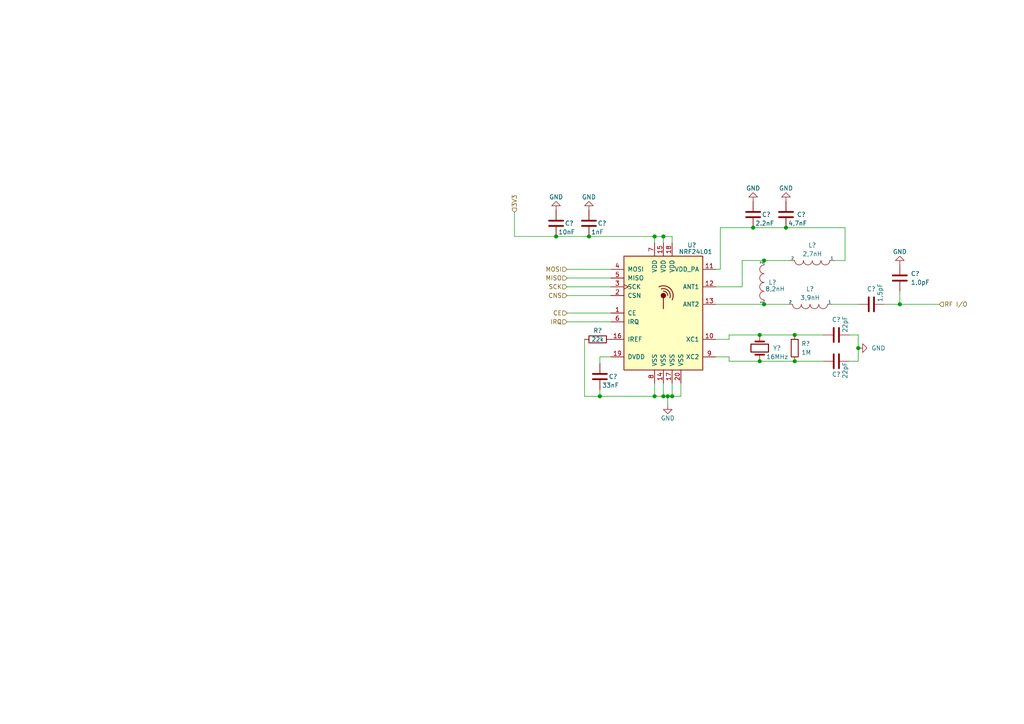
<source format=kicad_sch>
(kicad_sch (version 20210621) (generator eeschema)
  (paper "A4")
  (lib_symbols
    (symbol "Device:C" (pin_numbers hide) (pin_names (offset 0.254))
      (property "Reference" "C" (at 0.635 2.54 0))
      (property "Value" "C" (at 0.635 -2.54 0))
      (symbol "C_0_1"
        (polyline (pts (xy -2.032 -0.762) (xy 2.032 -0.762)) (stroke (width 0.508)))
        (polyline (pts (xy -2.032 0.762) (xy 2.032 0.762)) (stroke (width 0.508)))
      )
      (symbol "C_1_1"
        (pin passive line (at 0 3.81 270) (length 2.794) (name "~") (number "1"))
        (pin passive line (at 0 -3.81 90) (length 2.794) (name "~") (number "2"))
      )
    )
    (symbol "Device:Crystal" (pin_numbers hide) (pin_names (offset 1.016) hide)
      (property "Reference" "Y" (at 0 3.81 0))
      (property "Value" "Crystal" (at 0 -3.81 0))
      (symbol "Crystal_0_1"
        (rectangle (start -1.143 2.54) (end 1.143 -2.54) (stroke (width 0.3048)))
        (polyline (pts (xy -2.54 0) (xy -1.905 0)))
        (polyline (pts (xy -1.905 -1.27) (xy -1.905 1.27)) (stroke (width 0.508)))
        (polyline (pts (xy 1.905 -1.27) (xy 1.905 1.27)) (stroke (width 0.508)))
        (polyline (pts (xy 2.54 0) (xy 1.905 0)))
      )
      (symbol "Crystal_1_1"
        (pin passive line (at -3.81 0 0) (length 1.27) (name "1") (number "1"))
        (pin passive line (at 3.81 0 180) (length 1.27) (name "2") (number "2"))
      )
    )
    (symbol "Device:R" (pin_numbers hide) (pin_names (offset 0))
      (property "Reference" "R" (at 2.032 0 90))
      (property "Value" "R" (at 0 0 90))
      (symbol "R_0_1"
        (rectangle (start -1.016 -2.54) (end 1.016 2.54) (stroke (width 0.254)))
      )
      (symbol "R_1_1"
        (pin passive line (at 0 3.81 270) (length 1.27) (name "~") (number "1"))
        (pin passive line (at 0 -3.81 90) (length 1.27) (name "~") (number "2"))
      )
    )
    (symbol "RF:NRF24L01" (pin_names (offset 1.016))
      (property "Reference" "U" (at -11.43 17.78 0))
      (property "Value" "NRF24L01" (at 5.08 17.78 0))
      (symbol "NRF24L01_0_1"
        (arc (start -1.27 7.62) (end 2.54 3.81) (radius (at 0 5.08) (length 2.8448) (angles 116.6 -26.6)) (stroke (width 0.254)))
        (arc (start 0 6.35) (end 1.27 5.08) (radius (at 0 5.1054) (length 1.2446) (angles 90 -1.1)) (stroke (width 0.254)))
        (arc (start -0.635 6.985) (end 1.905 4.445) (radius (at 0 5.1054) (length 1.9812) (angles 108.7 -19.1)) (stroke (width 0.254)))
        (circle (center 0 5.08) (radius 0.635) (stroke (width 0.254)) (fill (type outline)))
        (rectangle (start 11.43 -13.97) (end 11.43 -13.97))
        (rectangle (start -11.43 16.51) (end 11.43 -16.51) (stroke (width 0.254)) (fill (type background)))
        (polyline (pts (xy 0 4.445) (xy 0 1.27)) (stroke (width 0.254)))
      )
      (symbol "NRF24L01_1_1"
        (pin input line (at -15.24 0 0) (length 3.81) (name "CE") (number "1"))
        (pin passive line (at 15.24 -7.62 180) (length 3.81) (name "XC1") (number "10"))
        (pin power_out line (at 15.24 12.7 180) (length 3.81) (name "VDD_PA") (number "11"))
        (pin passive line (at 15.24 7.62 180) (length 3.81) (name "ANT1") (number "12"))
        (pin passive line (at 15.24 2.54 180) (length 3.81) (name "ANT2") (number "13"))
        (pin power_in line (at 0 -20.32 90) (length 3.81) (name "VSS") (number "14"))
        (pin power_in line (at 0 20.32 270) (length 3.81) (name "VDD") (number "15"))
        (pin passive line (at -15.24 -7.62 0) (length 3.81) (name "IREF") (number "16"))
        (pin power_in line (at 2.54 -20.32 90) (length 3.81) (name "VSS") (number "17"))
        (pin power_in line (at 2.54 20.32 270) (length 3.81) (name "VDD") (number "18"))
        (pin power_out line (at -15.24 -12.7 0) (length 3.81) (name "DVDD") (number "19"))
        (pin input line (at -15.24 5.08 0) (length 3.81) (name "CSN") (number "2"))
        (pin power_in line (at 5.08 -20.32 90) (length 3.81) (name "VSS") (number "20"))
        (pin input clock (at -15.24 7.62 0) (length 3.81) (name "SCK") (number "3"))
        (pin input line (at -15.24 12.7 0) (length 3.81) (name "MOSI") (number "4"))
        (pin output line (at -15.24 10.16 0) (length 3.81) (name "MISO") (number "5"))
        (pin output line (at -15.24 -2.54 0) (length 3.81) (name "IRQ") (number "6"))
        (pin power_in line (at -2.54 20.32 270) (length 3.81) (name "VDD") (number "7"))
        (pin power_in line (at -2.54 -20.32 90) (length 3.81) (name "VSS") (number "8"))
        (pin passive line (at 15.24 -12.7 180) (length 3.81) (name "XC2") (number "9"))
      )
    )
    (symbol "power:GND" (power) (pin_names (offset 0))
      (property "Value" "GND" (at 0 -3.81 0))
      (symbol "GND_0_1"
        (polyline (pts (xy 0 0) (xy 0 -1.27) (xy 1.27 -1.27) (xy 0 -2.54) (xy -1.27 -1.27) (xy 0 -1.27)))
      )
      (symbol "GND_1_1"
        (pin power_in line (at 0 0 270) (length 0) hide (name "GND") (number "1"))
      )
    )
    (symbol "pspice:INDUCTOR" (pin_numbers hide) (pin_names (offset 0))
      (property "Reference" "L" (at 0 2.54 0))
      (property "Value" "INDUCTOR" (at 0 -1.27 0))
      (symbol "INDUCTOR_0_1"
        (arc (start -2.54 0) (end -5.08 0) (radius (at -3.81 0) (length 1.27) (angles 0.1 179.9)))
        (arc (start 0 0) (end -2.54 0) (radius (at -1.27 0) (length 1.27) (angles 0.1 179.9)))
        (arc (start 2.54 0) (end 0 0) (radius (at 1.27 0) (length 1.27) (angles 0.1 179.9)))
        (arc (start 5.08 0) (end 2.54 0) (radius (at 3.81 0) (length 1.27) (angles 0.1 179.9)))
      )
      (symbol "INDUCTOR_1_1"
        (pin input line (at -6.35 0 0) (length 1.27) (name "1") (number "1"))
        (pin input line (at 6.35 0 180) (length 1.27) (name "2") (number "2"))
      )
    )
  )
  (junction (at 161.29 68.58) (diameter 1.016))
  (junction (at 170.815 68.58) (diameter 1.016))
  (junction (at 173.99 114.935) (diameter 1.016))
  (junction (at 189.865 68.58) (diameter 1.016))
  (junction (at 189.865 114.935) (diameter 1.016))
  (junction (at 192.405 68.58) (diameter 1.016))
  (junction (at 192.405 114.935) (diameter 1.016))
  (junction (at 193.675 114.935) (diameter 1.016))
  (junction (at 194.945 114.935) (diameter 1.016))
  (junction (at 218.44 66.04) (diameter 1.016))
  (junction (at 220.345 97.155) (diameter 1.016))
  (junction (at 220.345 104.775) (diameter 1.016))
  (junction (at 221.615 75.565) (diameter 1.016))
  (junction (at 221.615 88.265) (diameter 1.016))
  (junction (at 227.965 66.04) (diameter 1.016))
  (junction (at 230.505 97.155) (diameter 1.016))
  (junction (at 230.505 104.775) (diameter 1.016))
  (junction (at 248.92 100.965) (diameter 1.016))
  (junction (at 260.985 88.265) (diameter 1.016))
  (wire (pts (xy 149.225 61.595) (xy 149.225 68.58)))
  (wire (pts (xy 149.225 68.58) (xy 161.29 68.58)))
  (wire (pts (xy 161.29 68.58) (xy 170.815 68.58)))
  (wire (pts (xy 164.465 78.105) (xy 177.165 78.105)))
  (wire (pts (xy 164.465 80.645) (xy 177.165 80.645)))
  (wire (pts (xy 164.465 83.185) (xy 177.165 83.185)))
  (wire (pts (xy 164.465 85.725) (xy 177.165 85.725)))
  (wire (pts (xy 164.465 90.805) (xy 177.165 90.805)))
  (wire (pts (xy 164.465 93.345) (xy 177.165 93.345)))
  (wire (pts (xy 169.545 114.935) (xy 169.545 98.425)))
  (wire (pts (xy 170.815 68.58) (xy 189.865 68.58)))
  (wire (pts (xy 173.99 103.505) (xy 177.165 103.505)))
  (wire (pts (xy 173.99 105.41) (xy 173.99 103.505)))
  (wire (pts (xy 173.99 113.03) (xy 173.99 114.935)))
  (wire (pts (xy 173.99 114.935) (xy 169.545 114.935)))
  (wire (pts (xy 173.99 114.935) (xy 189.865 114.935)))
  (wire (pts (xy 189.865 68.58) (xy 189.865 70.485)))
  (wire (pts (xy 189.865 68.58) (xy 192.405 68.58)))
  (wire (pts (xy 189.865 111.125) (xy 189.865 114.935)))
  (wire (pts (xy 189.865 114.935) (xy 192.405 114.935)))
  (wire (pts (xy 192.405 68.58) (xy 192.405 70.485)))
  (wire (pts (xy 192.405 68.58) (xy 194.945 68.58)))
  (wire (pts (xy 192.405 111.125) (xy 192.405 114.935)))
  (wire (pts (xy 192.405 114.935) (xy 193.675 114.935)))
  (wire (pts (xy 193.675 114.935) (xy 194.945 114.935)))
  (wire (pts (xy 193.675 117.475) (xy 193.675 114.935)))
  (wire (pts (xy 194.945 70.485) (xy 194.945 68.58)))
  (wire (pts (xy 194.945 111.125) (xy 194.945 114.935)))
  (wire (pts (xy 194.945 114.935) (xy 197.485 114.935)))
  (wire (pts (xy 197.485 114.935) (xy 197.485 111.125)))
  (wire (pts (xy 207.645 78.105) (xy 208.915 78.105)))
  (wire (pts (xy 207.645 83.185) (xy 215.265 83.185)))
  (wire (pts (xy 207.645 88.265) (xy 221.615 88.265)))
  (wire (pts (xy 208.915 66.04) (xy 208.915 78.105)))
  (wire (pts (xy 211.455 97.155) (xy 211.455 98.425)))
  (wire (pts (xy 211.455 97.155) (xy 220.345 97.155)))
  (wire (pts (xy 211.455 98.425) (xy 207.645 98.425)))
  (wire (pts (xy 211.455 103.505) (xy 207.645 103.505)))
  (wire (pts (xy 211.455 104.775) (xy 211.455 103.505)))
  (wire (pts (xy 211.455 104.775) (xy 220.345 104.775)))
  (wire (pts (xy 215.265 75.565) (xy 221.615 75.565)))
  (wire (pts (xy 215.265 83.185) (xy 215.265 75.565)))
  (wire (pts (xy 218.44 66.04) (xy 208.915 66.04)))
  (wire (pts (xy 221.615 75.565) (xy 229.235 75.565)))
  (wire (pts (xy 221.615 88.265) (xy 228.6 88.265)))
  (wire (pts (xy 227.965 66.04) (xy 218.44 66.04)))
  (wire (pts (xy 230.505 97.155) (xy 220.345 97.155)))
  (wire (pts (xy 230.505 97.155) (xy 238.76 97.155)))
  (wire (pts (xy 230.505 104.775) (xy 220.345 104.775)))
  (wire (pts (xy 230.505 104.775) (xy 238.76 104.775)))
  (wire (pts (xy 241.3 88.265) (xy 248.92 88.265)))
  (wire (pts (xy 241.935 75.565) (xy 245.11 75.565)))
  (wire (pts (xy 245.11 66.04) (xy 227.965 66.04)))
  (wire (pts (xy 245.11 75.565) (xy 245.11 66.04)))
  (wire (pts (xy 246.38 97.155) (xy 248.92 97.155)))
  (wire (pts (xy 248.92 97.155) (xy 248.92 100.965)))
  (wire (pts (xy 248.92 100.965) (xy 248.92 104.775)))
  (wire (pts (xy 248.92 104.775) (xy 246.38 104.775)))
  (wire (pts (xy 256.54 88.265) (xy 260.985 88.265)))
  (wire (pts (xy 260.985 88.265) (xy 260.985 84.455)))
  (wire (pts (xy 260.985 88.265) (xy 272.415 88.265)))
  (hierarchical_label "3V3" (shape input) (at 149.225 61.595 90))
  (hierarchical_label "MOSI" (shape input) (at 164.465 78.105 180))
  (hierarchical_label "MISO" (shape input) (at 164.465 80.645 180))
  (hierarchical_label "SCK" (shape input) (at 164.465 83.185 180))
  (hierarchical_label "CNS" (shape input) (at 164.465 85.725 180))
  (hierarchical_label "CE" (shape input) (at 164.465 90.805 180))
  (hierarchical_label "IRQ" (shape input) (at 164.465 93.345 180))
  (hierarchical_label "RF I{slash}O" (shape input) (at 272.415 88.265 0))
  (symbol (lib_id "power:GND") (at 161.29 60.96 180) (unit 1)
    (property "Reference" "#PWR?" (effects hide))
    (property "Value" "GND" (at 161.29 57.15 0))
  )
  (symbol (lib_id "power:GND") (at 170.815 60.96 180) (unit 1)
    (property "Reference" "#PWR?" (effects hide))
    (property "Value" "~" (at 170.815 57.15 0))
  )
  (symbol (lib_id "power:GND") (at 193.675 117.475 0) (unit 1)
    (property "Reference" "#PWR?" (effects hide))
    (property "Value" "GND" (at 193.675 121.285 0))
  )
  (symbol (lib_id "power:GND") (at 218.44 58.42 180) (unit 1)
    (property "Reference" "#PWR?" (effects hide))
    (property "Value" "GND" (at 218.44 54.61 0))
  )
  (symbol (lib_id "power:GND") (at 227.965 58.42 180) (unit 1)
    (property "Reference" "#PWR?" (effects hide))
    (property "Value" "~" (at 227.965 54.61 0))
  )
  (symbol (lib_id "power:GND") (at 248.92 100.965 90) (unit 1)
    (property "Reference" "#PWR?" (effects hide))
    (property "Value" "GND" (at 252.73 100.9649 90) (effects (justify right)))
  )
  (symbol (lib_id "power:GND") (at 260.985 76.835 180) (unit 1)
    (property "Reference" "#PWR?" (effects hide))
    (property "Value" "~" (at 260.985 73.025 0))
  )
  (symbol (lib_id "Device:R") (at 173.355 98.425 90) (unit 1)
    (property "Reference" "R?" (at 173.355 95.885 90))
    (property "Value" "22k" (at 173.355 98.425 90))
  )
  (symbol (lib_id "Device:R") (at 230.505 100.965 0) (unit 1)
    (property "Reference" "R?" (at 232.41 99.6949 0) (effects (justify left)))
    (property "Value" "1M" (at 232.41 102.2349 0) (effects (justify left)))
  )
  (symbol (lib_id "pspice:INDUCTOR") (at 221.615 81.915 90) (unit 1)
    (property "Reference" "L?" (at 222.885 81.9149 90) (effects (justify right)))
    (property "Value" "8,2nH" (at 224.79 83.82 90))
  )
  (symbol (lib_id "pspice:INDUCTOR") (at 234.95 88.265 180) (unit 1)
    (property "Reference" "L?" (at 234.95 83.82 0))
    (property "Value" "3,9nH" (at 234.95 86.36 0))
  )
  (symbol (lib_id "pspice:INDUCTOR") (at 235.585 75.565 180) (unit 1)
    (property "Reference" "L?" (at 235.585 71.12 0))
    (property "Value" "2,7nH" (at 235.585 73.66 0))
  )
  (symbol (lib_id "Device:C") (at 161.29 64.77 0) (unit 1)
    (property "Reference" "C?" (at 163.83 64.7699 0) (effects (justify left)))
    (property "Value" "10nF" (at 161.925 67.31 0) (effects (justify left)))
  )
  (symbol (lib_id "Device:C") (at 170.815 64.77 0) (unit 1)
    (property "Reference" "C?" (at 173.355 64.7699 0) (effects (justify left)))
    (property "Value" "1nF" (at 171.45 67.31 0) (effects (justify left)))
  )
  (symbol (lib_id "Device:C") (at 173.99 109.22 0) (unit 1)
    (property "Reference" "C?" (at 176.53 109.2199 0) (effects (justify left)))
    (property "Value" "33nF" (at 174.625 111.76 0) (effects (justify left)))
  )
  (symbol (lib_id "Device:C") (at 218.44 62.23 0) (unit 1)
    (property "Reference" "C?" (at 220.98 62.2299 0) (effects (justify left)))
    (property "Value" "2.2nF" (at 219.075 64.77 0) (effects (justify left)))
  )
  (symbol (lib_id "Device:C") (at 227.965 62.23 0) (unit 1)
    (property "Reference" "C?" (at 231.14 62.2299 0) (effects (justify left)))
    (property "Value" "4,7nF" (at 228.6 64.77 0) (effects (justify left)))
  )
  (symbol (lib_id "Device:C") (at 242.57 97.155 90) (unit 1)
    (property "Reference" "C?" (at 242.57 92.71 90))
    (property "Value" "22pF" (at 245.11 96.52 0) (effects (justify left)))
  )
  (symbol (lib_id "Device:C") (at 242.57 104.775 90) (unit 1)
    (property "Reference" "C?" (at 242.57 108.585 90))
    (property "Value" "22pF" (at 245.11 109.855 0) (effects (justify left)))
  )
  (symbol (lib_id "Device:C") (at 252.73 88.265 90) (unit 1)
    (property "Reference" "C?" (at 252.73 83.82 90))
    (property "Value" "1,5pF" (at 255.27 87.63 0) (effects (justify left)))
  )
  (symbol (lib_id "Device:C") (at 260.985 80.645 180) (unit 1)
    (property "Reference" "C?" (at 264.16 79.3749 0) (effects (justify right)))
    (property "Value" "1,0pF" (at 264.16 81.9149 0) (effects (justify right)))
  )
  (symbol (lib_id "Device:Crystal") (at 220.345 100.965 90) (unit 1)
    (property "Reference" "Y?" (at 224.155 100.9649 90) (effects (justify right)))
    (property "Value" "16MHz" (at 225.425 103.505 90))
  )
  (symbol (lib_id "RF:NRF24L01") (at 192.405 90.805 0) (unit 1)
    (property "Reference" "U?" (at 200.66 71.12 0))
    (property "Value" "NRF24L01" (at 196.85 73.025 0) (effects (justify left)))
    (property "Footprint" "Package_DFN_QFN:QFN-20-1EP_4x4mm_P0.5mm_EP2.5x2.5mm" (effects hide))
    (property "Datasheet" "http://www.nordicsemi.com/eng/content/download/2730/34105/file/nRF24L01_Product_Specification_v2_0.pdf" (effects hide))
  )
)
</source>
